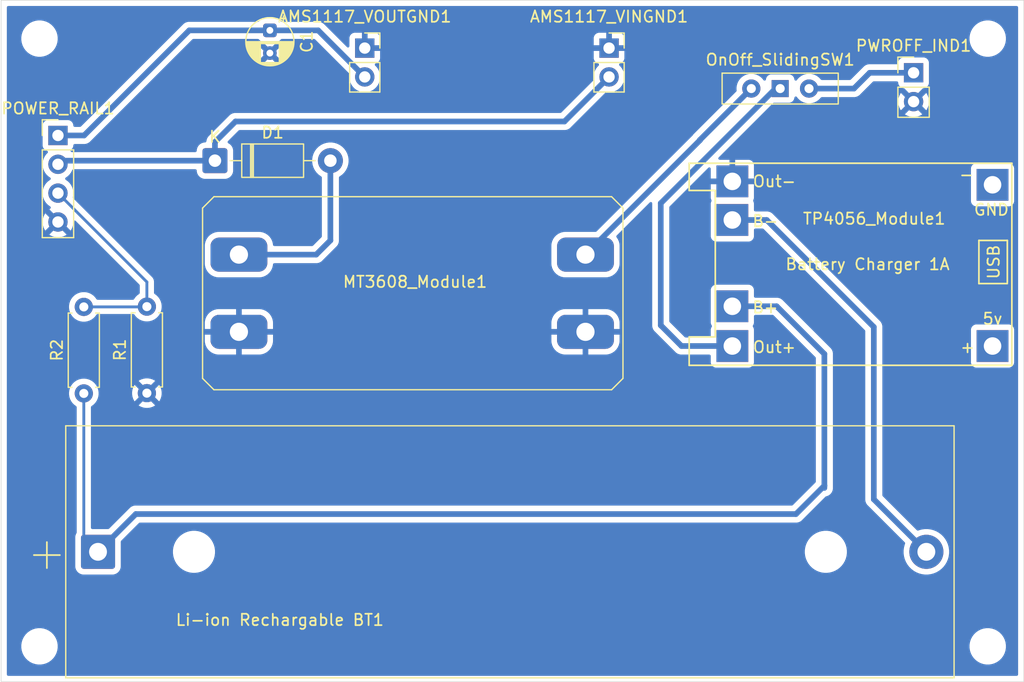
<source format=kicad_pcb>
(kicad_pcb (version 20241229) (generator "pcbnew") (generator_version "9.0")
  (layers (0 "F.Cu" signal) (2 "B.Cu" signal) (13 "F.Paste" user) (15 "B.Paste" user) (5 "F.SilkS" user "F.Silkscreen") (7 "B.SilkS" user "B.Silkscreen") (1 "F.Mask" user) (3 "B.Mask" user) (25 "Edge.Cuts" user))
  (net 0 "")
  (net 1 "GND")
  (net 2 "/3.3V")
  (net 3 "/5V")
  (net 5 "/BATT+")
  (net 6 "/BATT-")
  (net 7 "/TP4056+")
  (net 8 "Net-(OnOff_SlidingSW1-A)")
  (footprint "TMB_Library:TP4056-18650" (layer "F.Cu") (at 186.425 100.9 180)
    (property "Reference" "TP4056_Module1" (at 12.1125 12.9125 0) (layer "F.SilkS"))
    (property "Value" "~" (hide yes))
    (fp_line (start 28.4 17.8) (end 0 17.8) (stroke (width 0.15)) (layer "F.SilkS"))
    (fp_line (start 28.4 15.7) (end 28.4 17.8) (stroke (width 0.15)) (layer "F.SilkS"))
    (fp_line (start 28.4 15.4) (end 28.4 15.7) (stroke (width 0.15)) (layer "F.SilkS"))
    (fp_line (start 28.4 2.5) (end 26.1 2.5) (stroke (width 0.15)) (layer "F.SilkS"))
    (fp_line (start 28.4 0) (end 28.4 2.5) (stroke (width 0.15)) (layer "F.SilkS"))
    (fp_line (start 26.3 15.4) (end 28.4 15.4) (stroke (width 0.15)) (layer "F.SilkS"))
    (fp_line (start 26.3 0) (end 28.4 0) (stroke (width 0.15)) (layer "F.SilkS"))
    (fp_line (start 26.1 15.4) (end 26.4 15.4) (stroke (width 0.15)) (layer "F.SilkS"))
    (fp_line (start 26.1 2.5) (end 26.1 15.4) (stroke (width 0.15)) (layer "F.SilkS"))
    (fp_line (start 2.9 11) (end 0.4 11) (stroke (width 0.15)) (layer "F.SilkS"))
    (fp_line (start 2.9 7.2) (end 2.9 11) (stroke (width 0.15)) (layer "F.SilkS"))
    (fp_line (start 0.4 11) (end 0.4 7.3) (stroke (width 0.15)) (layer "F.SilkS"))
    (fp_line (start 0.4 7.2) (end 2.9 7.2) (stroke (width 0.15)) (layer "F.SilkS"))
    (fp_line (start 0 17.8) (end 0 0) (stroke (width 0.15)) (layer "F.SilkS"))
    (fp_line (start 0 0) (end 26.3 0) (stroke (width 0.15)) (layer "F.SilkS"))
    (fp_text user "Out-" (at 20.9 16.2 0) (layer "F.SilkS"))
    (fp_text user "USB" (at 1.6 9.1 90) (layer "F.SilkS"))
    (fp_text user "+" (at 3.9 1.6 0) (layer "F.SilkS"))
    (fp_text user "5v" (at 1.7 4.1 0) (layer "F.SilkS"))
    (fp_text user "Out+" (at 20.9 1.6 0) (layer "F.SilkS"))
    (fp_text user "-" (at 4 16.8 0) (layer "F.SilkS"))
    (fp_text user "B+" (at 21.7 5.1 0) (layer "F.SilkS"))
    (fp_text user "B-" (at 21.7 12.7 0) (layer "F.SilkS"))
    (fp_text user "GND" (at 1.8 13.7 0) (layer "F.SilkS"))
    (fp_text user "Battery Charger 1A" (at 12.7 8.9 0) (layer "F.SilkS"))
    (pad "1" thru_hole rect (at 1.7 1.7 180) (size 2.8 2.8) (drill 1.54) (layers "*.Cu" "*.Mask"))
    (pad "2" thru_hole rect (at 1.7 15.9 180) (size 2.8 2.8) (drill 1.54) (layers "*.Cu" "*.Mask"))
    (pad "3" thru_hole rect (at 24.6 1.7 180) (size 2.8 2.8) (drill 1.54) (layers "*.Cu" "*.Mask") (net 7 "/TP4056+"))
    (pad "4" thru_hole rect (at 24.6 16.2 180) (size 2.8 2.8) (drill 1.54) (layers "*.Cu" "*.Mask") (net 1 "GND"))
    (pad "5" thru_hole rect (at 24.6 5.2 180) (size 2.8 2.8) (drill 1.54) (layers "*.Cu" "*.Mask") (net 5 "/BATT+"))
    (pad "6" thru_hole rect (at 24.6 12.8 180) (size 2.8 2.8) (drill 1.54) (layers "*.Cu" "*.Mask") (net 6 "/BATT-"))
  )
  (footprint "Capacitor_THT:CP_Radial_D4.0mm_P2.00mm" (layer "F.Cu") (at 121.125 71.4 -90)
    (property "Reference" "C1" (at 1 -3.25 90) (layer "F.SilkS"))
    (property "Value" "10uF")
    (fp_line (start 1.2 0.84) (end 1.2 2.071) (stroke (width 0.12)) (layer "F.SilkS"))
    (fp_line (start 1.24 0.84) (end 1.24 2.066) (stroke (width 0.12)) (layer "F.SilkS"))
    (fp_line (start 1.28 0.84) (end 1.28 2.061) (stroke (width 0.12)) (layer "F.SilkS"))
    (fp_line (start 1.32 0.84) (end 1.32 2.056) (stroke (width 0.12)) (layer "F.SilkS"))
    (fp_line (start 1.36 0.84) (end 1.36 2.049) (stroke (width 0.12)) (layer "F.SilkS"))
    (fp_line (start 1.4 0.84) (end 1.4 2.042) (stroke (width 0.12)) (layer "F.SilkS"))
    (fp_line (start 1.44 0.84) (end 1.44 2.034) (stroke (width 0.12)) (layer "F.SilkS"))
    (fp_line (start 1.48 0.84) (end 1.48 2.025) (stroke (width 0.12)) (layer "F.SilkS"))
    (fp_line (start 1.52 0.84) (end 1.52 2.015) (stroke (width 0.12)) (layer "F.SilkS"))
    (fp_line (start 1.56 0.84) (end 1.56 2.005) (stroke (width 0.12)) (layer "F.SilkS"))
    (fp_line (start 1.6 0.84) (end 1.6 1.993) (stroke (width 0.12)) (layer "F.SilkS"))
    (fp_line (start 1.64 0.84) (end 1.64 1.981) (stroke (width 0.12)) (layer "F.SilkS"))
    (fp_line (start 1.68 0.84) (end 1.68 1.968) (stroke (width 0.12)) (layer "F.SilkS"))
    (fp_line (start 1.72 0.84) (end 1.72 1.954) (stroke (width 0.12)) (layer "F.SilkS"))
    (fp_line (start 1.76 0.84) (end 1.76 1.939) (stroke (width 0.12)) (layer "F.SilkS"))
    (fp_line (start 1.8 0.84) (end 1.8 1.923) (stroke (width 0.12)) (layer "F.SilkS"))
    (fp_line (start 1.84 0.84) (end 1.84 1.906) (stroke (width 0.12)) (layer "F.SilkS"))
    (fp_line (start 1.88 0.84) (end 1.88 1.889) (stroke (width 0.12)) (layer "F.SilkS"))
    (fp_line (start 1.92 0.84) (end 1.92 1.87) (stroke (width 0.12)) (layer "F.SilkS"))
    (fp_line (start 1.96 0.84) (end 1.96 1.85) (stroke (width 0.12)) (layer "F.SilkS"))
    (fp_line (start 2 0.84) (end 2 1.829) (stroke (width 0.12)) (layer "F.SilkS"))
    (fp_line (start 2.04 0.84) (end 2.04 1.807) (stroke (width 0.12)) (layer "F.SilkS"))
    (fp_line (start 2.08 0.84) (end 2.08 1.784) (stroke (width 0.12)) (layer "F.SilkS"))
    (fp_line (start 2.12 0.84) (end 2.12 1.76) (stroke (width 0.12)) (layer "F.SilkS"))
    (fp_line (start 2.16 0.84) (end 2.16 1.734) (stroke (width 0.12)) (layer "F.SilkS"))
    (fp_line (start 2.2 0.84) (end 2.2 1.708) (stroke (width 0.12)) (layer "F.SilkS"))
    (fp_line (start 2.24 0.84) (end 2.24 1.68) (stroke (width 0.12)) (layer "F.SilkS"))
    (fp_line (start 2.28 0.84) (end 2.28 1.65) (stroke (width 0.12)) (layer "F.SilkS"))
    (fp_line (start 2.32 0.84) (end 2.32 1.619) (stroke (width 0.12)) (layer "F.SilkS"))
    (fp_line (start 2.36 0.84) (end 2.36 1.586) (stroke (width 0.12)) (layer "F.SilkS"))
    (fp_line (start 2.4 0.84) (end 2.4 1.552) (stroke (width 0.12)) (layer "F.SilkS"))
    (fp_line (start 2.44 0.84) (end 2.44 1.516) (stroke (width 0.12)) (layer "F.SilkS"))
    (fp_line (start 2.48 0.84) (end 2.48 1.478) (stroke (width 0.12)) (layer "F.SilkS"))
    (fp_line (start 2.52 0.84) (end 2.52 1.438) (stroke (width 0.12)) (layer "F.SilkS"))
    (fp_line (start 2.56 0.84) (end 2.56 1.396) (stroke (width 0.12)) (layer "F.SilkS"))
    (fp_line (start 2.6 0.84) (end 2.6 1.351) (stroke (width 0.12)) (layer "F.SilkS"))
    (fp_line (start 2.64 0.84) (end 2.64 1.303) (stroke (width 0.12)) (layer "F.SilkS"))
    (fp_line (start 2.68 0.84) (end 2.68 1.253) (stroke (width 0.12)) (layer "F.SilkS"))
    (fp_line (start 2.72 0.84) (end 2.72 1.199) (stroke (width 0.12)) (layer "F.SilkS"))
    (fp_line (start 2.76 0.84) (end 2.76 1.142) (stroke (width 0.12)) (layer "F.SilkS"))
    (fp_line (start 2.8 0.84) (end 2.8 1.08) (stroke (width 0.12)) (layer "F.SilkS"))
    (fp_line (start 3.08 -0.37) (end 3.08 0.37) (stroke (width 0.12)) (layer "F.SilkS"))
    (fp_line (start 3.04 -0.537) (end 3.04 0.537) (stroke (width 0.12)) (layer "F.SilkS"))
    (fp_line (start 3 -0.663) (end 3 0.663) (stroke (width 0.12)) (layer "F.SilkS"))
    (fp_line (start 2.96 -0.768) (end 2.96 0.768) (stroke (width 0.12)) (layer "F.SilkS"))
    (fp_line (start 2.92 -0.859) (end 2.92 0.859) (stroke (width 0.12)) (layer "F.SilkS"))
    (fp_line (start 2.88 -0.94) (end 2.88 0.94) (stroke (width 0.12)) (layer "F.SilkS"))
    (fp_line (start 2.84 -1.013) (end 2.84 1.013) (stroke (width 0.12)) (layer "F.SilkS"))
    (fp_line (start 2.8 -1.08) (end 2.8 -0.84) (stroke (width 0.12)) (layer "F.SilkS"))
    (fp_line (start 2.76 -1.142) (end 2.76 -0.84) (stroke (width 0.12)) (layer "F.SilkS"))
    (fp_line (start -1.269801 -1.195) (end -0.869801 -1.195) (stroke (width 0.12)) (layer "F.SilkS"))
    (fp_line (start 2.72 -1.199) (end 2.72 -0.84) (stroke (width 0.12)) (layer "F.SilkS"))
    (fp_line (start 2.68 -1.253) (end 2.68 -0.84) (stroke (width 0.12)) (layer "F.SilkS"))
    (fp_line (start 2.64 -1.303) (end 2.64 -0.84) (stroke (width 0.12)) (layer "F.SilkS"))
    (fp_line (start 2.6 -1.351) (end 2.6 -0.84) (stroke (width 0.12)) (layer "F.SilkS"))
    (fp_line (start -1.069801 -1.395) (end -1.069801 -0.995) (stroke (width 0.12)) (layer "F.SilkS"))
    (fp_line (start 2.56 -1.396) (end 2.56 -0.84) (stroke (width 0.12)) (layer "F.SilkS"))
    (fp_line (start 2.52 -1.438) (end 2.52 -0.84) (stroke (width 0.12)) (layer "F.SilkS"))
    (fp_line (start 2.48 -1.478) (end 2.48 -0.84) (stroke (width 0.12)) (layer "F.SilkS"))
    (fp_line (start 2.44 -1.516) (end 2.44 -0.84) (stroke (width 0.12)) (layer "F.SilkS"))
    (fp_line (start 2.4 -1.552) (end 2.4 -0.84) (stroke (width 0.12)) (layer "F.SilkS"))
    (fp_line (start 2.36 -1.586) (end 2.36 -0.84) (stroke (width 0.12)) (layer "F.SilkS"))
    (fp_line (start 2.32 -1.619) (end 2.32 -0.84) (stroke (width 0.12)) (layer "F.SilkS"))
    (fp_line (start 2.28 -1.65) (end 2.28 -0.84) (stroke (width 0.12)) (layer "F.SilkS"))
    (fp_line (start 2.24 -1.68) (end 2.24 -0.84) (stroke (width 0.12)) (layer "F.SilkS"))
    (fp_line (start 2.2 -1.708) (end 2.2 -0.84) (stroke (width 0.12)) (layer "F.SilkS"))
    (fp_line (start 2.16 -1.734) (end 2.16 -0.84) (stroke (width 0.12)) (layer "F.SilkS"))
    (fp_line (start 2.12 -1.76) (end 2.12 -0.84) (stroke (width 0.12)) (layer "F.SilkS"))
    (fp_line (start 2.08 -1.784) (end 2.08 -0.84) (stroke (width 0.12)) (layer "F.SilkS"))
    (fp_line (start 2.04 -1.807) (end 2.04 -0.84) (stroke (width 0.12)) (layer "F.SilkS"))
    (fp_line (start 2 -1.829) (end 2 -0.84) (stroke (width 0.12)) (layer "F.SilkS"))
    (fp_line (start 1.96 -1.85) (end 1.96 -0.84) (stroke (width 0.12)) (layer "F.SilkS"))
    (fp_line (start 1.92 -1.87) (end 1.92 -0.84) (stroke (width 0.12)) (layer "F.SilkS"))
    (fp_line (start 1.88 -1.889) (end 1.88 -0.84) (stroke (width 0.12)) (layer "F.SilkS"))
    (fp_line (start 1.84 -1.906) (end 1.84 -0.84) (stroke (width 0.12)) (layer "F.SilkS"))
    (fp_line (start 1.8 -1.923) (end 1.8 -0.84) (stroke (width 0.12)) (layer "F.SilkS"))
    (fp_line (start 1.76 -1.939) (end 1.76 -0.84) (stroke (width 0.12)) (layer "F.SilkS"))
    (fp_line (start 1.72 -1.954) (end 1.72 -0.84) (stroke (width 0.12)) (layer "F.SilkS"))
    (fp_line (start 1.68 -1.968) (end 1.68 -0.84) (stroke (width 0.12)) (layer "F.SilkS"))
    (fp_line (start 1.64 -1.981) (end 1.64 -0.84) (stroke (width 0.12)) (layer "F.SilkS"))
    (fp_line (start 1.6 -1.993) (end 1.6 -0.84) (stroke (width 0.12)) (layer "F.SilkS"))
    (fp_line (start 1.56 -2.005) (end 1.56 -0.84) (stroke (width 0.12)) (layer "F.SilkS"))
    (fp_line (start 1.52 -2.015) (end 1.52 -0.84) (stroke (width 0.12)) (layer "F.SilkS"))
    (fp_line (start 1.48 -2.025) (end 1.48 -0.84) (stroke (width 0.12)) (layer "F.SilkS"))
    (fp_line (start 1.44 -2.034) (end 1.44 -0.84) (stroke (width 0.12)) (layer "F.SilkS"))
    (fp_line (start 1.4 -2.042) (end 1.4 -0.84) (stroke (width 0.12)) (layer "F.SilkS"))
    (fp_line (start 1.36 -2.049) (end 1.36 -0.84) (stroke (width 0.12)) (layer "F.SilkS"))
    (fp_line (start 1.32 -2.056) (end 1.32 -0.84) (stroke (width 0.12)) (layer "F.SilkS"))
    (fp_line (start 1.28 -2.061) (end 1.28 -0.84) (stroke (width 0.12)) (layer "F.SilkS"))
    (fp_line (start 1.24 -2.066) (end 1.24 -0.84) (stroke (width 0.12)) (layer "F.SilkS"))
    (fp_line (start 1.2 -2.071) (end 1.2 -0.84) (stroke (width 0.12)) (layer "F.SilkS"))
    (fp_line (start 1.16 -2.074) (end 1.16 2.074) (stroke (width 0.12)) (layer "F.SilkS"))
    (fp_line (start 1.12 -2.077) (end 1.12 2.077) (stroke (width 0.12)) (layer "F.SilkS"))
    (fp_line (start 1.08 -2.078) (end 1.08 2.078) (stroke (width 0.12)) (layer "F.SilkS"))
    (fp_line (start 1 -2.08) (end 1 2.08) (stroke (width 0.12)) (layer "F.SilkS"))
    (fp_line (start 1.04 -2.08) (end 1.04 2.08) (stroke (width 0.12)) (layer "F.SilkS"))
    (fp_circle (center 1 0) (end 3.12 0) (stroke (width 0.12)) (fill no) (layer "F.SilkS"))
    (pad "1" thru_hole roundrect (at 0 0 270) (size 1.2 1.2) (drill 0.6) (layers "*.Cu" "*.Mask") (roundrect_rratio 0.208333) (net 2 "/3.3V"))
    (pad "2" thru_hole circle (at 2 0 270) (size 1.2 1.2) (drill 0.6) (layers "*.Cu" "*.Mask") (net 1 "GND"))
  )
  (footprint "Battery:BatteryHolder_MPD_BK-18650-PC2" (layer "F.Cu") (at 106 117.325)
    (property "Reference" "Li-ion Rechargable BT1" (at 16 6 0) (layer "F.SilkS"))
    (property "Value" "3.7V 18650")
    (fp_line (start -2.84 -11.1) (end 75.34 -11.1) (stroke (width 0.12)) (layer "F.SilkS"))
    (fp_line (start -2.84 11.1) (end -2.84 -11.1) (stroke (width 0.12)) (layer "F.SilkS"))
    (fp_line (start 75.34 -11.1) (end 75.34 11.1) (stroke (width 0.12)) (layer "F.SilkS"))
    (fp_line (start 75.34 11.1) (end -2.84 11.1) (stroke (width 0.12)) (layer "F.SilkS"))
    (fp_text user "+" (at -4.5 0.05 0) (layer "F.SilkS") (effects (font (size 3 3))))
    (pad "" np_thru_hole circle (at 8.445 0) (size 3.2 3.2) (drill 3.2) (layers "*.Cu" "*.Mask"))
    (pad "" np_thru_hole circle (at 64.055 0) (size 3.2 3.2) (drill 3.2) (layers "*.Cu" "*.Mask"))
    (pad "1" thru_hole roundrect (at 0 0) (size 3 3) (drill 1.57) (layers "*.Cu" "*.Mask") (roundrect_rratio 0.083333) (net 5 "/BATT+"))
    (pad "2" thru_hole circle (at 72.9 0) (size 3 3) (drill 1.57) (layers "*.Cu" "*.Mask") (net 6 "/BATT-"))
  )
  (footprint "MountingHole:MountingHole_2.7mm_M2.5" (layer "F.Cu") (at 184.3 72.125)
    (property "Reference" "REF**" (hide yes))
    (property "Value" "MountingHole_2.7mm_M2.5" (hide yes))
    (pad "" np_thru_hole circle (at 0 0) (size 2.7 2.7) (drill 2.7) (layers "*.Cu" "*.Mask"))
  )
  (footprint "Diode_THT:D_DO-41_SOD81_P10.16mm_Horizontal" (layer "F.Cu") (at 116.29 82.875)
    (property "Reference" "D1" (at 5.08 -2.47 0) (layer "F.SilkS"))
    (property "Value" "1N5819")
    (fp_line (start 1.34 0) (end 2.36 0) (stroke (width 0.12)) (layer "F.SilkS"))
    (fp_line (start 3.14 -1.47) (end 3.14 1.47) (stroke (width 0.12)) (layer "F.SilkS"))
    (fp_line (start 3.26 -1.47) (end 3.26 1.47) (stroke (width 0.12)) (layer "F.SilkS"))
    (fp_line (start 3.38 -1.47) (end 3.38 1.47) (stroke (width 0.12)) (layer "F.SilkS"))
    (fp_line (start 8.82 0) (end 7.8 0) (stroke (width 0.12)) (layer "F.SilkS"))
    (fp_rect (start 2.36 -1.47) (end 7.8 1.47) (stroke (width 0.12)) (fill no) (layer "F.SilkS"))
    (fp_text user "K" (at 0 -2.1 0) (layer "F.SilkS"))
    (pad "1" thru_hole roundrect (at 0 0) (size 2.2 2.2) (drill 1.1) (layers "*.Cu" "*.Mask") (roundrect_rratio 0.113636) (net 3 "/5V"))
    (pad "2" thru_hole circle (at 10.16 0) (size 2.2 2.2) (drill 1.1) (layers "*.Cu" "*.Mask") (net 3 "/5V"))
  )
  (footprint "Button_Switch_THT:SW_Slide-03_Wuerth-WS-SLTV_10x2.5x6.4_P2.54mm" (layer "F.Cu") (at 166.035 76.525)
    (property "Reference" "OnOff_SlidingSW1" (at 0 -2.54 0) (layer "F.SilkS"))
    (property "Value" "SW_Wuerth_450301014042" (hide yes))
    (fp_rect (start -5.11 -1.36) (end 5.11 1.36) (stroke (width 0.12)) (fill no) (layer "F.SilkS"))
    (pad "1" thru_hole rect (at 0 0) (size 1.5 1.5) (drill 0.8) (layers "*.Cu" "*.Mask") (net 7 "/TP4056+"))
    (pad "2" thru_hole circle (at -2.54 0) (size 1.6 1.6) (drill 0.8) (layers "*.Cu" "*.Mask") (net 7 "/TP4056+"))
    (pad "3" thru_hole circle (at 2.54 0) (size 1.6 1.6) (drill 0.8) (layers "*.Cu" "*.Mask") (net 8 "Net-(OnOff_SlidingSW1-A)"))
  )
  (footprint "Connector_PinSocket_2.54mm:PinSocket_1x02_P2.54mm_Vertical" (layer "F.Cu") (at 150.975 72.96)
    (property "Reference" "AMS1117_VINGND1" (at 0 -2.77 0) (layer "F.SilkS"))
    (property "Value" "1x02 Pin" (hide yes))
    (fp_line (start -1.33 1.27) (end -1.33 3.87) (stroke (width 0.12)) (layer "F.SilkS"))
    (fp_line (start -1.33 1.27) (end 1.33 1.27) (stroke (width 0.12)) (layer "F.SilkS"))
    (fp_line (start -1.33 3.87) (end 1.33 3.87) (stroke (width 0.12)) (layer "F.SilkS"))
    (fp_line (start 0 -1.33) (end 1.33 -1.33) (stroke (width 0.12)) (layer "F.SilkS"))
    (fp_line (start 1.33 -1.33) (end 1.33 0) (stroke (width 0.12)) (layer "F.SilkS"))
    (fp_line (start 1.33 1.27) (end 1.33 3.87) (stroke (width 0.12)) (layer "F.SilkS"))
    (pad "1" thru_hole rect (at 0 0) (size 1.7 1.7) (drill 1) (layers "*.Cu" "*.Mask") (net 1 "GND"))
    (pad "2" thru_hole circle (at 0 2.54) (size 1.7 1.7) (drill 1) (layers "*.Cu" "*.Mask") (net 3 "/5V"))
  )
  (footprint "Connector_PinHeader_2.54mm:PinHeader_1x02_P2.54mm_Vertical" (layer "F.Cu") (at 177.775 75.135)
    (property "Reference" "PWROFF_IND1" (at 0 -2.38 0) (layer "F.SilkS"))
    (property "Value" "Conn_01x02_Pin" (hide yes))
    (fp_line (start -1.38 -1.38) (end 0 -1.38) (stroke (width 0.12)) (layer "F.SilkS"))
    (fp_line (start -1.38 0) (end -1.38 -1.38) (stroke (width 0.12)) (layer "F.SilkS"))
    (fp_line (start -1.38 1.27) (end -1.38 3.92) (stroke (width 0.12)) (layer "F.SilkS"))
    (fp_line (start -1.38 1.27) (end 1.38 1.27) (stroke (width 0.12)) (layer "F.SilkS"))
    (fp_line (start -1.38 3.92) (end 1.38 3.92) (stroke (width 0.12)) (layer "F.SilkS"))
    (fp_line (start 1.38 1.27) (end 1.38 3.92) (stroke (width 0.12)) (layer "F.SilkS"))
    (pad "1" thru_hole rect (at 0 0) (size 1.7 1.7) (drill 1) (layers "*.Cu" "*.Mask") (net 8 "Net-(OnOff_SlidingSW1-A)"))
    (pad "2" thru_hole circle (at 0 2.54) (size 1.7 1.7) (drill 1) (layers "*.Cu" "*.Mask") (net 1 "GND"))
  )
  (footprint "TMB_Library:MT3608-hw-045" (layer "F.Cu") (at 133.9 94.05 180)
    (property "Reference" "MT3608_Module1" (at 0 0.5 0) (layer "F.SilkS"))
    (property "Value" "~")
    (fp_line (start 18.7 7) (end 18.7 -8) (stroke (width 0.12)) (layer "F.SilkS"))
    (fp_line (start 18.7 -8) (end 17.7 -9) (stroke (width 0.12)) (layer "F.SilkS"))
    (fp_line (start 17.7 8) (end 18.7 7) (stroke (width 0.12)) (layer "F.SilkS"))
    (fp_line (start -17.3 8) (end 17.7 8) (stroke (width 0.12)) (layer "F.SilkS"))
    (fp_line (start -17.3 -9) (end 17.7 -9) (stroke (width 0.12)) (layer "F.SilkS"))
    (fp_line (start -18.3 7) (end -17.3 8) (stroke (width 0.12)) (layer "F.SilkS"))
    (fp_line (start -18.3 7) (end -18.3 -8) (stroke (width 0.12)) (layer "F.SilkS"))
    (fp_line (start -18.3 -8) (end -17.3 -9) (stroke (width 0.12)) (layer "F.SilkS"))
    (pad "1" thru_hole roundrect (at -15 2.9 180) (size 5 3) (drill 1.6) (layers "*.Cu" "*.Mask") (net 7 "/TP4056+"))
    (pad "2" thru_hole roundrect (at -15 -3.9 180) (size 5 3) (drill 1.6) (layers "*.Cu" "*.Mask") (net 1 "GND"))
    (pad "3" thru_hole roundrect (at 15.5 -3.9 180) (size 5 3) (drill 1.6) (layers "*.Cu" "*.Mask") (net 1 "GND"))
    (pad "4" thru_hole roundrect (at 15.5 2.9 180) (size 5 3) (drill 1.6) (layers "*.Cu" "*.Mask") (net 3 "/5V"))
  )
  (footprint "Connector_PinHeader_2.54mm:PinHeader_1x04_P2.54mm_Vertical" (layer "F.Cu") (at 102.475 80.655)
    (property "Reference" "POWER_RAIL1" (at 0 -2.38 0) (layer "F.SilkS"))
    (property "Value" "1x04 PIN" (hide yes))
    (fp_line (start -1.38 -1.38) (end 0 -1.38) (stroke (width 0.12)) (layer "F.SilkS"))
    (fp_line (start -1.38 0) (end -1.38 -1.38) (stroke (width 0.12)) (layer "F.SilkS"))
    (fp_line (start -1.38 1.27) (end -1.38 9) (stroke (width 0.12)) (layer "F.SilkS"))
    (fp_line (start -1.38 1.27) (end 1.38 1.27) (stroke (width 0.12)) (layer "F.SilkS"))
    (fp_line (start -1.38 9) (end 1.38 9) (stroke (width 0.12)) (layer "F.SilkS"))
    (fp_line (start 1.38 1.27) (end 1.38 9) (stroke (width 0.12)) (layer "F.SilkS"))
    (pad "1" thru_hole rect (at 0 0) (size 1.7 1.7) (drill 1) (layers "*.Cu" "*.Mask") (net 2 "/3.3V"))
    (pad "2" thru_hole circle (at 0 2.54) (size 1.7 1.7) (drill 1) (layers "*.Cu" "*.Mask") (net 3 "/5V"))
    (pad "3" thru_hole circle (at 0 5.08) (size 1.7 1.7) (drill 1) (layers "*.Cu" "*.Mask") (net 5 "/BATT+"))
    (pad "4" thru_hole circle (at 0 7.62) (size 1.7 1.7) (drill 1) (layers "*.Cu" "*.Mask") (net 1 "GND"))
  )
  (footprint "MountingHole:MountingHole_2.7mm_M2.5" (layer "F.Cu") (at 184.3 125.65)
    (property "Reference" "REF**" (hide yes))
    (property "Value" "MountingHole_2.7mm_M2.5" (hide yes))
    (pad "" np_thru_hole circle (at 0 0) (size 2.7 2.7) (drill 2.7) (layers "*.Cu" "*.Mask"))
  )
  (footprint "MountingHole:MountingHole_2.7mm_M2.5" (layer "F.Cu") (at 100.85 125.65)
    (property "Reference" "REF**" (hide yes))
    (property "Value" "MountingHole_2.7mm_M2.5" (hide yes))
    (pad "" np_thru_hole circle (at 0 0) (size 2.7 2.7) (drill 2.7) (layers "*.Cu" "*.Mask"))
  )
  (footprint "Resistor_THT:R_Axial_DIN0207_L6.3mm_D2.5mm_P7.62mm_Horizontal" (layer "F.Cu") (at 110.3 103.35 90)
    (property "Reference" "R1" (at 3.81 -2.37 90) (layer "F.SilkS"))
    (property "Value" "100k")
    (fp_line (start 7.08 -1.37) (end 7.08 -1.04) (stroke (width 0.12)) (layer "F.SilkS"))
    (fp_line (start 0.54 -1.37) (end 7.08 -1.37) (stroke (width 0.12)) (layer "F.SilkS"))
    (fp_line (start 0.54 -1.04) (end 0.54 -1.37) (stroke (width 0.12)) (layer "F.SilkS"))
    (fp_line (start 0.54 1.04) (end 0.54 1.37) (stroke (width 0.12)) (layer "F.SilkS"))
    (fp_line (start 7.08 1.37) (end 7.08 1.04) (stroke (width 0.12)) (layer "F.SilkS"))
    (fp_line (start 0.54 1.37) (end 7.08 1.37) (stroke (width 0.12)) (layer "F.SilkS"))
    (pad "1" thru_hole circle (at 0 0 90) (size 1.6 1.6) (drill 0.8) (layers "*.Cu" "*.Mask") (net 1 "GND"))
    (pad "2" thru_hole circle (at 7.62 0 90) (size 1.6 1.6) (drill 0.8) (layers "*.Cu" "*.Mask") (net 5 "/BATT+"))
  )
  (footprint "Connector_PinSocket_2.54mm:PinSocket_1x02_P2.54mm_Vertical" (layer "F.Cu") (at 129.475 72.96)
    (property "Reference" "AMS1117_VOUTGND1" (at 0 -2.77 0) (layer "F.SilkS"))
    (property "Value" "1x02 Pin" (hide yes))
    (fp_line (start -1.33 1.27) (end -1.33 3.87) (stroke (width 0.12)) (layer "F.SilkS"))
    (fp_line (start -1.33 1.27) (end 1.33 1.27) (stroke (width 0.12)) (layer "F.SilkS"))
    (fp_line (start -1.33 3.87) (end 1.33 3.87) (stroke (width 0.12)) (layer "F.SilkS"))
    (fp_line (start 0 -1.33) (end 1.33 -1.33) (stroke (width 0.12)) (layer "F.SilkS"))
    (fp_line (start 1.33 -1.33) (end 1.33 0) (stroke (width 0.12)) (layer "F.SilkS"))
    (fp_line (start 1.33 1.27) (end 1.33 3.87) (stroke (width 0.12)) (layer "F.SilkS"))
    (pad "1" thru_hole rect (at 0 0) (size 1.7 1.7) (drill 1) (layers "*.Cu" "*.Mask") (net 1 "GND"))
    (pad "2" thru_hole circle (at 0 2.54) (size 1.7 1.7) (drill 1) (layers "*.Cu" "*.Mask") (net 2 "/3.3V"))
  )
  (footprint "MountingHole:MountingHole_2.7mm_M2.5" (layer "F.Cu") (at 100.85 72.125)
    (property "Reference" "REF**" (hide yes))
    (property "Value" "MountingHole_2.7mm_M2.5" (hide yes))
    (pad "" np_thru_hole circle (at 0 0) (size 2.7 2.7) (drill 2.7) (layers "*.Cu" "*.Mask"))
  )
  (footprint "Resistor_THT:R_Axial_DIN0207_L6.3mm_D2.5mm_P7.62mm_Horizontal" (layer "F.Cu") (at 104.75 103.375 90)
    (property "Reference" "R2" (at 3.81 -2.37 90) (layer "F.SilkS"))
    (property "Value" "100k")
    (fp_line (start 7.08 -1.37) (end 7.08 -1.04) (stroke (width 0.12)) (layer "F.SilkS"))
    (fp_line (start 0.54 -1.37) (end 7.08 -1.37) (stroke (width 0.12)) (layer "F.SilkS"))
    (fp_line (start 0.54 -1.04) (end 0.54 -1.37) (stroke (width 0.12)) (layer "F.SilkS"))
    (fp_line (start 0.54 1.04) (end 0.54 1.37) (stroke (width 0.12)) (layer "F.SilkS"))
    (fp_line (start 7.08 1.37) (end 7.08 1.04) (stroke (width 0.12)) (layer "F.SilkS"))
    (fp_line (start 0.54 1.37) (end 7.08 1.37) (stroke (width 0.12)) (layer "F.SilkS"))
    (pad "1" thru_hole circle (at 0 0 90) (size 1.6 1.6) (drill 0.8) (layers "*.Cu" "*.Mask") (net 5 "/BATT+"))
    (pad "2" thru_hole circle (at 7.62 0 90) (size 1.6 1.6) (drill 0.8) (layers "*.Cu" "*.Mask") (net 5 "/BATT+"))
  )
  (gr_rect (start 97.475 68.75) (end 187.475 128.75) (stroke (width 0.05)) (fill no) (layer "Edge.Cuts"))
  (segment (start 129.475 75.5) (end 125.375 71.4) (width 0.5) (layer "B.Cu") (net 2))
  (segment (start 125.375 71.4) (end 121.125 71.4) (width 0.5) (layer "B.Cu") (net 2))
  (segment (start 104.775 80.655) (end 102.475 80.655) (width 0.5) (layer "B.Cu") (net 2))
  (segment (start 121.125 71.4) (end 114.03 71.4) (width 0.5) (layer "B.Cu") (net 2))
  (segment (start 114.03 71.4) (end 104.775 80.655) (width 0.5) (layer "B.Cu") (net 2))
  (segment (start 147.05 79.425) (end 150.975 75.5) (width 0.5) (layer "B.Cu") (net 3))
  (segment (start 126.45 89.9) (end 126.45 82.875) (width 0.5) (layer "B.Cu") (net 3))
  (segment (start 116.29 82.875) (end 116.29 81.235) (width 0.5) (layer "B.Cu") (net 3))
  (segment (start 102.795 82.875) (end 102.475 83.195) (width 0.25) (layer "B.Cu") (net 3))
  (segment (start 118.1 79.425) (end 147.05 79.425) (width 0.5) (layer "B.Cu") (net 3))
  (segment (start 116.29 81.235) (end 118.1 79.425) (width 0.5) (layer "B.Cu") (net 3))
  (segment (start 125.2 91.15) (end 126.45 89.9) (width 0.5) (layer "B.Cu") (net 3))
  (segment (start 118.4 91.15) (end 125.2 91.15) (width 0.5) (layer "B.Cu") (net 3))
  (segment (start 116.29 82.875) (end 102.795 82.875) (width 0.5) (layer "B.Cu") (net 3))
  (segment (start 109.325 114) (end 167.425 114) (width 0.5) (layer "B.Cu") (net 5))
  (segment (start 110.3 95.73) (end 110.3 93.56) (width 0.25) (layer "B.Cu") (net 5))
  (segment (start 104.75 95.755) (end 110.275 95.755) (width 0.25) (layer "B.Cu") (net 5))
  (segment (start 110.3 93.56) (end 102.475 85.735) (width 0.25) (layer "B.Cu") (net 5))
  (segment (start 165.725 95.7) (end 169.925 99.9) (width 0.5) (layer "B.Cu") (net 5))
  (segment (start 110.275 95.755) (end 110.3 95.73) (width 0.25) (layer "B.Cu") (net 5))
  (segment (start 169.925 99.9) (end 169.925 111.5) (width 0.5) (layer "B.Cu") (net 5))
  (segment (start 106 117.325) (end 109.325 114) (width 0.5) (layer "B.Cu") (net 5))
  (segment (start 169.925 111.5) (end 169.925 111.7) (width 0.5) (layer "B.Cu") (net 5))
  (segment (start 104.75 116.075) (end 106 117.325) (width 0.25) (layer "B.Cu") (net 5))
  (segment (start 104.75 103.375) (end 104.75 116.075) (width 0.25) (layer "B.Cu") (net 5))
  (segment (start 167.425 114) (end 169.925 111.5) (width 0.5) (layer "B.Cu") (net 5))
  (segment (start 161.825 95.7) (end 165.725 95.7) (width 0.5) (layer "B.Cu") (net 5))
  (segment (start 161.825 88.1) (end 164.85 88.1) (width 0.5) (layer "B.Cu") (net 6))
  (segment (start 174.275 112.7) (end 178.9 117.325) (width 0.5) (layer "B.Cu") (net 6))
  (segment (start 174.275 97.525) (end 174.275 112.7) (width 0.5) (layer "B.Cu") (net 6))
  (segment (start 164.85 88.1) (end 174.275 97.525) (width 0.5) (layer "B.Cu") (net 6))
  (segment (start 155.525 97.375) (end 155.525 86.625) (width 0.5) (layer "B.Cu") (net 7))
  (segment (start 166.035 76.525) (end 165.625 76.525) (width 0.5) (layer "B.Cu") (net 7))
  (segment (start 158.975 81.075) (end 148.9 91.15) (width 0.5) (layer "B.Cu") (net 7))
  (segment (start 158.975 81.075) (end 158.975 81.045) (width 0.5) (layer "B.Cu") (net 7))
  (segment (start 165.625 76.525) (end 155.525 86.625) (width 0.5) (layer "B.Cu") (net 7))
  (segment (start 157.35 99.2) (end 155.575 97.425) (width 0.5) (layer "B.Cu") (net 7))
  (segment (start 155.575 97.425) (end 155.525 97.375) (width 0.5) (layer "B.Cu") (net 7))
  (segment (start 161.825 99.2) (end 157.35 99.2) (width 0.5) (layer "B.Cu") (net 7))
  (segment (start 158.975 81.045) (end 163.495 76.525) (width 0.5) (layer "B.Cu") (net 7))
  (segment (start 177.775 75.135) (end 173.915 75.135) (width 0.5) (layer "B.Cu") (net 8))
  (segment (start 173.915 75.135) (end 172.525 76.525) (width 0.5) (layer "B.Cu") (net 8))
  (segment (start 168.575 76.525) (end 172.525 76.525) (width 0.5) (layer "B.Cu") (net 8))
  (zone (net 1) (net_name "GND") (layer "B.Cu") (connect_pads (clearance 0.5)) (min_thickness 0.25) (fill yes (thermal_gap 0.5) (thermal_bridge_width 0.5))
    (polygon (pts (xy 97.55 128.55) (xy 97.55 68.775) (xy 187.3 68.875) (xy 187.3 128.425)))
  )
)
</source>
